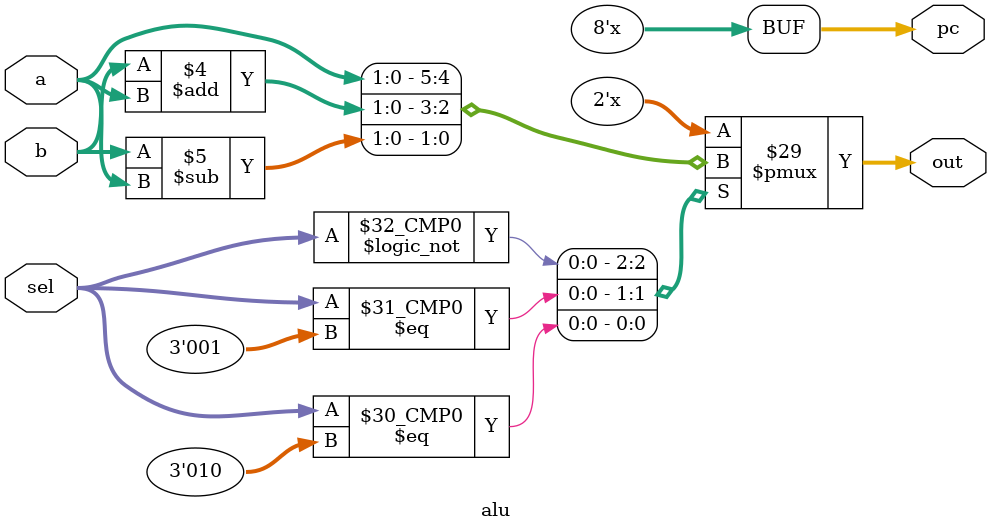
<source format=v>
module alu (a,b,sel, pc,out);
	input [1:0] a,b;
	input [2:0] sel; 
	output reg [1:0] out;
	output reg signed  [7:0] pc;
	reg signed [1:0] pc_next;
	initial begin
		out <= 0;
	end
	//Whenever pc_next is changed, change pc too!
	always @(pc_next) begin
		pc = pc+pc_next;
	end
	always @ (*) begin 
		case(sel) 
			3'b000:begin//Pass Data
				out <= a;
				pc_next <= 2'b01;
			end                   
			3'b001:begin//Add Immediate
				out<= b+a;
				pc_next <= 2'b01;
			end
			3'b010:begin//Subtract Immediate
				out<=b-a;
				pc_next <= 2'b01;
			end
			3'b011:begin
				if(b === 0)//Conditional Jump Down
					pc_next <= a;
				else
					pc_next <= 2'b01;
			end
			3'b100:begin//Conditional Jump Up
				if(b===0)
					pc_next <= -a;
				else 
					pc_next <= 2'b01;
			end
			3'b101:begin//Unconditional Jump Down
				pc_next <= a;
			end
			3'b110:begin//Unconditional Jump Up
				pc_next <= -a;
			end 
			3'b111:begin
			
			end
		endcase
   end
endmodule

</source>
